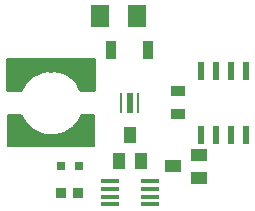
<source format=gtp>
G75*
%MOIN*%
%OFA0B0*%
%FSLAX25Y25*%
%IPPOS*%
%LPD*%
%AMOC8*
5,1,8,0,0,1.08239X$1,22.5*
%
%ADD10R,0.05118X0.03543*%
%ADD11R,0.02165X0.05906*%
%ADD12R,0.03937X0.05512*%
%ADD13R,0.01969X0.06693*%
%ADD14R,0.00984X0.06693*%
%ADD15R,0.05000X0.05000*%
%ADD16C,0.01200*%
%ADD17C,0.00160*%
%ADD18C,0.00500*%
%ADD19R,0.06299X0.07480*%
%ADD20R,0.03543X0.06299*%
%ADD21R,0.06299X0.01181*%
%ADD22R,0.03740X0.03740*%
%ADD23R,0.03150X0.03150*%
%ADD24R,0.05512X0.03937*%
D10*
X0062850Y0044110D03*
X0062850Y0051590D03*
D11*
X0070350Y0058480D03*
X0075350Y0058480D03*
X0080350Y0058480D03*
X0085350Y0058480D03*
X0085350Y0037220D03*
X0080350Y0037220D03*
X0075350Y0037220D03*
X0070350Y0037220D03*
D12*
X0050340Y0028519D03*
X0042860Y0028519D03*
X0046600Y0037181D03*
D13*
X0046600Y0047850D03*
D14*
X0043746Y0047850D03*
X0049454Y0047850D03*
D15*
X0008539Y0036039D03*
X0008539Y0059661D03*
D16*
X0005980Y0059180D02*
X0034720Y0059180D01*
X0034720Y0057982D02*
X0025255Y0057982D01*
X0025471Y0057903D02*
X0024241Y0058349D01*
X0022956Y0058597D01*
X0021649Y0058641D01*
X0020350Y0058480D01*
X0019044Y0058688D01*
X0017721Y0058680D01*
X0016418Y0058454D01*
X0015169Y0058018D01*
X0014009Y0057383D01*
X0012969Y0056566D01*
X0012077Y0055589D01*
X0011357Y0054479D01*
X0010829Y0053267D01*
X0010507Y0051984D01*
X0005980Y0051984D01*
X0005980Y0062220D01*
X0034720Y0062220D01*
X0034720Y0051984D01*
X0030193Y0051984D01*
X0029830Y0053241D01*
X0029276Y0054426D01*
X0028542Y0055510D01*
X0027649Y0056466D01*
X0026617Y0057270D01*
X0025471Y0057903D01*
X0027242Y0056783D02*
X0034720Y0056783D01*
X0034720Y0055584D02*
X0028473Y0055584D01*
X0029295Y0054386D02*
X0034720Y0054386D01*
X0034720Y0053187D02*
X0029846Y0053187D01*
X0030191Y0051989D02*
X0034720Y0051989D01*
X0034720Y0060379D02*
X0005980Y0060379D01*
X0005980Y0061577D02*
X0034720Y0061577D01*
X0015103Y0057982D02*
X0005980Y0057982D01*
X0005980Y0056783D02*
X0013246Y0056783D01*
X0012074Y0055584D02*
X0005980Y0055584D01*
X0005980Y0054386D02*
X0011317Y0054386D01*
X0010809Y0053187D02*
X0005980Y0053187D01*
X0005980Y0051989D02*
X0010509Y0051989D01*
D17*
X0009246Y0043207D02*
X0010573Y0043765D01*
X0010678Y0043527D01*
X0010790Y0043292D01*
X0010906Y0043060D01*
X0011029Y0042831D01*
X0011157Y0042605D01*
X0011291Y0042382D01*
X0011430Y0042162D01*
X0011574Y0041946D01*
X0011724Y0041733D01*
X0011878Y0041524D01*
X0012038Y0041319D01*
X0012203Y0041118D01*
X0012372Y0040921D01*
X0012546Y0040728D01*
X0012725Y0040540D01*
X0012909Y0040356D01*
X0013097Y0040176D01*
X0013289Y0040001D01*
X0013486Y0039831D01*
X0013686Y0039666D01*
X0013891Y0039505D01*
X0014099Y0039350D01*
X0014311Y0039200D01*
X0014527Y0039054D01*
X0014746Y0038915D01*
X0014968Y0038780D01*
X0015194Y0038652D01*
X0015423Y0038528D01*
X0015655Y0038410D01*
X0015889Y0038298D01*
X0016126Y0038192D01*
X0016366Y0038092D01*
X0016608Y0037997D01*
X0016853Y0037908D01*
X0017099Y0037826D01*
X0017347Y0037749D01*
X0017598Y0037679D01*
X0017849Y0037614D01*
X0018103Y0037556D01*
X0018357Y0037504D01*
X0018613Y0037458D01*
X0018870Y0037418D01*
X0019128Y0037385D01*
X0019387Y0037358D01*
X0019646Y0037337D01*
X0019905Y0037323D01*
X0020165Y0037315D01*
X0020425Y0037313D01*
X0020685Y0037318D01*
X0020944Y0037329D01*
X0021204Y0037346D01*
X0021463Y0037370D01*
X0021721Y0037400D01*
X0021978Y0037436D01*
X0022235Y0037478D01*
X0022490Y0037527D01*
X0022744Y0037582D01*
X0022997Y0037643D01*
X0023248Y0037710D01*
X0023497Y0037784D01*
X0023745Y0037863D01*
X0023990Y0037949D01*
X0024233Y0038040D01*
X0024475Y0038137D01*
X0024713Y0038240D01*
X0024949Y0038349D01*
X0025182Y0038464D01*
X0025413Y0038584D01*
X0025640Y0038710D01*
X0025864Y0038842D01*
X0026085Y0038978D01*
X0026303Y0039121D01*
X0026517Y0039268D01*
X0026727Y0039421D01*
X0026934Y0039578D01*
X0027137Y0039741D01*
X0027335Y0039909D01*
X0027530Y0040081D01*
X0027720Y0040258D01*
X0027906Y0040440D01*
X0028088Y0040626D01*
X0028264Y0040817D01*
X0028437Y0041011D01*
X0028604Y0041210D01*
X0028766Y0041413D01*
X0028924Y0041620D01*
X0029076Y0041831D01*
X0029223Y0042045D01*
X0029365Y0042263D01*
X0029501Y0042484D01*
X0029633Y0042708D01*
X0029758Y0042936D01*
X0029878Y0043167D01*
X0029992Y0043400D01*
X0030101Y0043636D01*
X0030204Y0043875D01*
X0031537Y0043332D01*
X0031421Y0043060D01*
X0031298Y0042792D01*
X0031168Y0042527D01*
X0031032Y0042265D01*
X0030890Y0042006D01*
X0030741Y0041751D01*
X0030586Y0041499D01*
X0030425Y0041252D01*
X0030258Y0041008D01*
X0030085Y0040769D01*
X0029907Y0040534D01*
X0029722Y0040303D01*
X0029532Y0040077D01*
X0029337Y0039856D01*
X0029136Y0039639D01*
X0028930Y0039428D01*
X0028719Y0039221D01*
X0028503Y0039020D01*
X0028282Y0038824D01*
X0028057Y0038633D01*
X0027827Y0038448D01*
X0027592Y0038269D01*
X0027353Y0038096D01*
X0027110Y0037928D01*
X0026863Y0037766D01*
X0026612Y0037611D01*
X0026357Y0037461D01*
X0026099Y0037318D01*
X0025837Y0037181D01*
X0025572Y0037051D01*
X0025304Y0036927D01*
X0025033Y0036810D01*
X0024759Y0036699D01*
X0024483Y0036595D01*
X0024204Y0036498D01*
X0023923Y0036408D01*
X0023640Y0036325D01*
X0023355Y0036248D01*
X0023068Y0036179D01*
X0022779Y0036116D01*
X0022489Y0036061D01*
X0022198Y0036013D01*
X0021905Y0035971D01*
X0021612Y0035937D01*
X0021318Y0035911D01*
X0021023Y0035891D01*
X0020728Y0035878D01*
X0020433Y0035873D01*
X0020138Y0035875D01*
X0019843Y0035884D01*
X0019548Y0035901D01*
X0019253Y0035924D01*
X0018960Y0035955D01*
X0018667Y0035993D01*
X0018375Y0036038D01*
X0018084Y0036090D01*
X0017795Y0036149D01*
X0017507Y0036215D01*
X0017221Y0036289D01*
X0016937Y0036369D01*
X0016655Y0036456D01*
X0016375Y0036550D01*
X0016098Y0036651D01*
X0015823Y0036758D01*
X0015550Y0036872D01*
X0015281Y0036993D01*
X0015014Y0037121D01*
X0014751Y0037254D01*
X0014491Y0037395D01*
X0014235Y0037541D01*
X0013982Y0037694D01*
X0013733Y0037853D01*
X0013488Y0038018D01*
X0013248Y0038188D01*
X0013011Y0038365D01*
X0012779Y0038547D01*
X0012551Y0038735D01*
X0012328Y0038929D01*
X0012110Y0039128D01*
X0011896Y0039332D01*
X0011688Y0039541D01*
X0011485Y0039755D01*
X0011287Y0039975D01*
X0011095Y0040199D01*
X0010908Y0040427D01*
X0010726Y0040660D01*
X0010551Y0040898D01*
X0010381Y0041139D01*
X0010217Y0041385D01*
X0010060Y0041635D01*
X0009908Y0041888D01*
X0009763Y0042145D01*
X0009624Y0042406D01*
X0009491Y0042669D01*
X0009365Y0042936D01*
X0009245Y0043206D01*
X0009385Y0043265D01*
X0009503Y0042998D01*
X0009627Y0042735D01*
X0009758Y0042474D01*
X0009896Y0042217D01*
X0010039Y0041963D01*
X0010189Y0041713D01*
X0010344Y0041466D01*
X0010506Y0041224D01*
X0010674Y0040985D01*
X0010847Y0040751D01*
X0011026Y0040521D01*
X0011211Y0040295D01*
X0011401Y0040074D01*
X0011596Y0039857D01*
X0011797Y0039646D01*
X0012002Y0039439D01*
X0012213Y0039238D01*
X0012429Y0039041D01*
X0012649Y0038850D01*
X0012874Y0038665D01*
X0013103Y0038485D01*
X0013337Y0038310D01*
X0013575Y0038142D01*
X0013817Y0037979D01*
X0014062Y0037822D01*
X0014312Y0037671D01*
X0014565Y0037526D01*
X0014822Y0037388D01*
X0015082Y0037256D01*
X0015345Y0037130D01*
X0015611Y0037011D01*
X0015880Y0036898D01*
X0016151Y0036792D01*
X0016425Y0036692D01*
X0016702Y0036600D01*
X0016980Y0036514D01*
X0017261Y0036434D01*
X0017543Y0036362D01*
X0017827Y0036297D01*
X0018113Y0036238D01*
X0018400Y0036187D01*
X0018688Y0036142D01*
X0018977Y0036105D01*
X0019267Y0036075D01*
X0019558Y0036051D01*
X0019849Y0036035D01*
X0020141Y0036026D01*
X0020432Y0036024D01*
X0020724Y0036029D01*
X0021015Y0036042D01*
X0021306Y0036061D01*
X0021596Y0036088D01*
X0021886Y0036121D01*
X0022175Y0036162D01*
X0022462Y0036210D01*
X0022749Y0036264D01*
X0023034Y0036326D01*
X0023317Y0036394D01*
X0023599Y0036470D01*
X0023878Y0036552D01*
X0024156Y0036641D01*
X0024431Y0036737D01*
X0024704Y0036840D01*
X0024975Y0036949D01*
X0025242Y0037065D01*
X0025507Y0037187D01*
X0025768Y0037316D01*
X0026027Y0037451D01*
X0026282Y0037592D01*
X0026533Y0037740D01*
X0026781Y0037893D01*
X0027025Y0038053D01*
X0027265Y0038218D01*
X0027501Y0038390D01*
X0027733Y0038567D01*
X0027960Y0038749D01*
X0028183Y0038938D01*
X0028401Y0039131D01*
X0028614Y0039330D01*
X0028823Y0039534D01*
X0029026Y0039743D01*
X0029224Y0039956D01*
X0029417Y0040175D01*
X0029605Y0040398D01*
X0029787Y0040626D01*
X0029963Y0040858D01*
X0030134Y0041095D01*
X0030299Y0041335D01*
X0030458Y0041579D01*
X0030611Y0041828D01*
X0030758Y0042080D01*
X0030898Y0042335D01*
X0031033Y0042594D01*
X0031161Y0042856D01*
X0031282Y0043121D01*
X0031398Y0043389D01*
X0031258Y0043446D01*
X0031144Y0043181D01*
X0031024Y0042919D01*
X0030898Y0042661D01*
X0030765Y0042405D01*
X0030626Y0042153D01*
X0030481Y0041905D01*
X0030330Y0041660D01*
X0030173Y0041418D01*
X0030010Y0041181D01*
X0029842Y0040947D01*
X0029667Y0040718D01*
X0029488Y0040493D01*
X0029302Y0040273D01*
X0029112Y0040057D01*
X0028916Y0039846D01*
X0028715Y0039640D01*
X0028510Y0039439D01*
X0028299Y0039242D01*
X0028084Y0039051D01*
X0027864Y0038866D01*
X0027639Y0038685D01*
X0027411Y0038511D01*
X0027178Y0038341D01*
X0026941Y0038178D01*
X0026700Y0038020D01*
X0026455Y0037869D01*
X0026207Y0037723D01*
X0025955Y0037584D01*
X0025700Y0037450D01*
X0025442Y0037323D01*
X0025180Y0037203D01*
X0024916Y0037088D01*
X0024649Y0036981D01*
X0024380Y0036879D01*
X0024108Y0036785D01*
X0023834Y0036697D01*
X0023558Y0036615D01*
X0023279Y0036541D01*
X0023000Y0036473D01*
X0022718Y0036412D01*
X0022436Y0036358D01*
X0022152Y0036311D01*
X0021867Y0036271D01*
X0021581Y0036238D01*
X0021294Y0036212D01*
X0021007Y0036192D01*
X0020719Y0036180D01*
X0020431Y0036175D01*
X0020143Y0036177D01*
X0019856Y0036186D01*
X0019568Y0036202D01*
X0019281Y0036225D01*
X0018995Y0036255D01*
X0018710Y0036292D01*
X0018425Y0036336D01*
X0018142Y0036386D01*
X0017860Y0036444D01*
X0017579Y0036509D01*
X0017300Y0036580D01*
X0017023Y0036658D01*
X0016748Y0036743D01*
X0016475Y0036835D01*
X0016205Y0036933D01*
X0015937Y0037038D01*
X0015671Y0037149D01*
X0015408Y0037267D01*
X0015149Y0037391D01*
X0014892Y0037522D01*
X0014639Y0037658D01*
X0014389Y0037801D01*
X0014142Y0037950D01*
X0013900Y0038105D01*
X0013661Y0038265D01*
X0013426Y0038432D01*
X0013195Y0038604D01*
X0012969Y0038782D01*
X0012747Y0038965D01*
X0012529Y0039154D01*
X0012317Y0039348D01*
X0012109Y0039547D01*
X0011906Y0039751D01*
X0011707Y0039959D01*
X0011515Y0040173D01*
X0011327Y0040391D01*
X0011145Y0040614D01*
X0010968Y0040841D01*
X0010797Y0041073D01*
X0010631Y0041308D01*
X0010472Y0041548D01*
X0010318Y0041791D01*
X0010170Y0042038D01*
X0010028Y0042289D01*
X0009893Y0042543D01*
X0009763Y0042800D01*
X0009640Y0043060D01*
X0009524Y0043323D01*
X0009663Y0043382D01*
X0009778Y0043122D01*
X0009900Y0042865D01*
X0010027Y0042611D01*
X0010161Y0042361D01*
X0010301Y0042113D01*
X0010447Y0041870D01*
X0010599Y0041629D01*
X0010756Y0041393D01*
X0010920Y0041160D01*
X0011089Y0040932D01*
X0011263Y0040708D01*
X0011443Y0040488D01*
X0011628Y0040272D01*
X0011819Y0040061D01*
X0012014Y0039855D01*
X0012215Y0039654D01*
X0012420Y0039458D01*
X0012630Y0039266D01*
X0012845Y0039080D01*
X0013064Y0038899D01*
X0013288Y0038724D01*
X0013515Y0038554D01*
X0013747Y0038389D01*
X0013983Y0038231D01*
X0014223Y0038078D01*
X0014466Y0037931D01*
X0014712Y0037790D01*
X0014963Y0037655D01*
X0015216Y0037526D01*
X0015472Y0037404D01*
X0015732Y0037288D01*
X0015994Y0037178D01*
X0016258Y0037074D01*
X0016525Y0036977D01*
X0016795Y0036887D01*
X0017066Y0036803D01*
X0017340Y0036726D01*
X0017615Y0036655D01*
X0017892Y0036592D01*
X0018170Y0036535D01*
X0018450Y0036485D01*
X0018731Y0036441D01*
X0019013Y0036405D01*
X0019295Y0036375D01*
X0019579Y0036353D01*
X0019862Y0036337D01*
X0020146Y0036328D01*
X0020430Y0036326D01*
X0020715Y0036331D01*
X0020998Y0036343D01*
X0021282Y0036362D01*
X0021565Y0036388D01*
X0021847Y0036421D01*
X0022129Y0036460D01*
X0022409Y0036507D01*
X0022688Y0036560D01*
X0022966Y0036620D01*
X0023242Y0036687D01*
X0023516Y0036761D01*
X0023789Y0036841D01*
X0024060Y0036928D01*
X0024328Y0037021D01*
X0024594Y0037121D01*
X0024857Y0037228D01*
X0025118Y0037340D01*
X0025376Y0037459D01*
X0025631Y0037585D01*
X0025883Y0037716D01*
X0026132Y0037854D01*
X0026377Y0037998D01*
X0026618Y0038148D01*
X0026856Y0038303D01*
X0027090Y0038464D01*
X0027320Y0038631D01*
X0027546Y0038804D01*
X0027767Y0038982D01*
X0027984Y0039165D01*
X0028197Y0039354D01*
X0028405Y0039547D01*
X0028608Y0039746D01*
X0028806Y0039950D01*
X0029000Y0040158D01*
X0029188Y0040371D01*
X0029370Y0040589D01*
X0029548Y0040810D01*
X0029720Y0041037D01*
X0029886Y0041267D01*
X0030047Y0041501D01*
X0030202Y0041740D01*
X0030351Y0041981D01*
X0030494Y0042227D01*
X0030631Y0042476D01*
X0030762Y0042728D01*
X0030887Y0042983D01*
X0031006Y0043241D01*
X0031118Y0043503D01*
X0030978Y0043560D01*
X0030867Y0043302D01*
X0030750Y0043047D01*
X0030627Y0042795D01*
X0030498Y0042546D01*
X0030362Y0042301D01*
X0030221Y0042058D01*
X0030074Y0041820D01*
X0029921Y0041585D01*
X0029762Y0041353D01*
X0029598Y0041126D01*
X0029428Y0040903D01*
X0029253Y0040684D01*
X0029073Y0040469D01*
X0028887Y0040259D01*
X0028696Y0040053D01*
X0028501Y0039852D01*
X0028300Y0039656D01*
X0028095Y0039465D01*
X0027885Y0039279D01*
X0027671Y0039098D01*
X0027452Y0038922D01*
X0027229Y0038752D01*
X0027002Y0038587D01*
X0026771Y0038428D01*
X0026537Y0038275D01*
X0026298Y0038127D01*
X0026056Y0037985D01*
X0025811Y0037849D01*
X0025562Y0037719D01*
X0025311Y0037596D01*
X0025056Y0037478D01*
X0024799Y0037367D01*
X0024539Y0037262D01*
X0024276Y0037163D01*
X0024011Y0037071D01*
X0023744Y0036985D01*
X0023475Y0036906D01*
X0023204Y0036833D01*
X0022932Y0036767D01*
X0022658Y0036708D01*
X0022382Y0036655D01*
X0022106Y0036610D01*
X0021828Y0036570D01*
X0021549Y0036538D01*
X0021270Y0036513D01*
X0020990Y0036494D01*
X0020710Y0036482D01*
X0020430Y0036477D01*
X0020149Y0036479D01*
X0019869Y0036488D01*
X0019589Y0036503D01*
X0019309Y0036526D01*
X0019030Y0036555D01*
X0018752Y0036591D01*
X0018475Y0036633D01*
X0018199Y0036683D01*
X0017924Y0036739D01*
X0017651Y0036802D01*
X0017379Y0036872D01*
X0017109Y0036948D01*
X0016841Y0037031D01*
X0016575Y0037120D01*
X0016312Y0037215D01*
X0016051Y0037318D01*
X0015792Y0037426D01*
X0015536Y0037541D01*
X0015283Y0037662D01*
X0015033Y0037789D01*
X0014786Y0037922D01*
X0014543Y0038061D01*
X0014303Y0038206D01*
X0014066Y0038357D01*
X0013833Y0038513D01*
X0013605Y0038676D01*
X0013380Y0038843D01*
X0013159Y0039016D01*
X0012943Y0039195D01*
X0012731Y0039379D01*
X0012524Y0039567D01*
X0012321Y0039761D01*
X0012123Y0039960D01*
X0011930Y0040163D01*
X0011742Y0040372D01*
X0011559Y0040584D01*
X0011382Y0040801D01*
X0011209Y0041023D01*
X0011043Y0041248D01*
X0010881Y0041478D01*
X0010726Y0041711D01*
X0010576Y0041948D01*
X0010432Y0042189D01*
X0010294Y0042433D01*
X0010162Y0042680D01*
X0010036Y0042931D01*
X0009916Y0043184D01*
X0009802Y0043441D01*
X0009941Y0043499D01*
X0010054Y0043246D01*
X0010172Y0042996D01*
X0010296Y0042749D01*
X0010427Y0042505D01*
X0010563Y0042264D01*
X0010705Y0042026D01*
X0010853Y0041792D01*
X0011007Y0041562D01*
X0011166Y0041336D01*
X0011330Y0041113D01*
X0011500Y0040895D01*
X0011676Y0040681D01*
X0011856Y0040471D01*
X0012041Y0040265D01*
X0012232Y0040065D01*
X0012427Y0039869D01*
X0012627Y0039677D01*
X0012832Y0039491D01*
X0013041Y0039310D01*
X0013254Y0039134D01*
X0013472Y0038963D01*
X0013694Y0038797D01*
X0013920Y0038637D01*
X0014149Y0038483D01*
X0014383Y0038334D01*
X0014620Y0038191D01*
X0014860Y0038054D01*
X0015103Y0037922D01*
X0015350Y0037797D01*
X0015600Y0037678D01*
X0015852Y0037564D01*
X0016108Y0037457D01*
X0016365Y0037357D01*
X0016625Y0037262D01*
X0016888Y0037174D01*
X0017152Y0037093D01*
X0017419Y0037017D01*
X0017687Y0036949D01*
X0017956Y0036887D01*
X0018228Y0036831D01*
X0018500Y0036782D01*
X0018773Y0036740D01*
X0019048Y0036705D01*
X0019323Y0036676D01*
X0019599Y0036654D01*
X0019875Y0036639D01*
X0020152Y0036630D01*
X0020429Y0036628D01*
X0020705Y0036633D01*
X0020982Y0036645D01*
X0021258Y0036663D01*
X0021534Y0036688D01*
X0021809Y0036720D01*
X0022083Y0036759D01*
X0022356Y0036804D01*
X0022627Y0036856D01*
X0022898Y0036914D01*
X0023167Y0036980D01*
X0023434Y0037051D01*
X0023700Y0037129D01*
X0023963Y0037214D01*
X0024225Y0037305D01*
X0024484Y0037402D01*
X0024740Y0037506D01*
X0024994Y0037616D01*
X0025245Y0037732D01*
X0025494Y0037854D01*
X0025739Y0037982D01*
X0025981Y0038116D01*
X0026220Y0038256D01*
X0026455Y0038402D01*
X0026687Y0038553D01*
X0026915Y0038710D01*
X0027139Y0038873D01*
X0027359Y0039041D01*
X0027574Y0039214D01*
X0027786Y0039393D01*
X0027993Y0039576D01*
X0028195Y0039765D01*
X0028393Y0039958D01*
X0028586Y0040157D01*
X0028775Y0040359D01*
X0028958Y0040567D01*
X0029136Y0040779D01*
X0029309Y0040995D01*
X0029476Y0041215D01*
X0029638Y0041440D01*
X0029795Y0041668D01*
X0029946Y0041900D01*
X0030091Y0042135D01*
X0030231Y0042374D01*
X0030364Y0042617D01*
X0030492Y0042862D01*
X0030613Y0043111D01*
X0030729Y0043362D01*
X0030838Y0043616D01*
X0030698Y0043673D01*
X0030590Y0043423D01*
X0030476Y0043175D01*
X0030356Y0042929D01*
X0030231Y0042687D01*
X0030099Y0042448D01*
X0029961Y0042212D01*
X0029818Y0041980D01*
X0029669Y0041751D01*
X0029514Y0041526D01*
X0029354Y0041304D01*
X0029189Y0041087D01*
X0029019Y0040874D01*
X0028843Y0040665D01*
X0028662Y0040460D01*
X0028476Y0040260D01*
X0028286Y0040064D01*
X0028091Y0039874D01*
X0027891Y0039688D01*
X0027687Y0039506D01*
X0027478Y0039330D01*
X0027265Y0039159D01*
X0027048Y0038994D01*
X0026827Y0038833D01*
X0026602Y0038678D01*
X0026374Y0038529D01*
X0026142Y0038385D01*
X0025906Y0038247D01*
X0025667Y0038115D01*
X0025425Y0037988D01*
X0025180Y0037868D01*
X0024932Y0037753D01*
X0024682Y0037645D01*
X0024428Y0037543D01*
X0024173Y0037447D01*
X0023915Y0037357D01*
X0023655Y0037274D01*
X0023393Y0037196D01*
X0023129Y0037126D01*
X0022864Y0037062D01*
X0022597Y0037004D01*
X0022329Y0036953D01*
X0022060Y0036908D01*
X0021789Y0036870D01*
X0021518Y0036839D01*
X0021246Y0036814D01*
X0020974Y0036796D01*
X0020701Y0036784D01*
X0020428Y0036779D01*
X0020155Y0036781D01*
X0019882Y0036789D01*
X0019609Y0036805D01*
X0019337Y0036826D01*
X0019066Y0036855D01*
X0018795Y0036890D01*
X0018525Y0036931D01*
X0018256Y0036979D01*
X0017989Y0037034D01*
X0017723Y0037095D01*
X0017458Y0037163D01*
X0017195Y0037237D01*
X0016934Y0037318D01*
X0016676Y0037405D01*
X0016419Y0037498D01*
X0016165Y0037597D01*
X0015913Y0037703D01*
X0015664Y0037814D01*
X0015417Y0037932D01*
X0015174Y0038056D01*
X0014934Y0038185D01*
X0014696Y0038321D01*
X0014463Y0038462D01*
X0014233Y0038609D01*
X0014006Y0038761D01*
X0013783Y0038919D01*
X0013564Y0039082D01*
X0013350Y0039251D01*
X0013139Y0039425D01*
X0012933Y0039603D01*
X0012731Y0039787D01*
X0012533Y0039976D01*
X0012341Y0040169D01*
X0012153Y0040368D01*
X0011970Y0040570D01*
X0011792Y0040777D01*
X0011619Y0040988D01*
X0011451Y0041204D01*
X0011289Y0041423D01*
X0011132Y0041647D01*
X0010980Y0041874D01*
X0010834Y0042105D01*
X0010694Y0042339D01*
X0010559Y0042577D01*
X0010431Y0042817D01*
X0010308Y0043061D01*
X0010191Y0043308D01*
X0010081Y0043558D01*
X0010220Y0043616D01*
X0010329Y0043370D01*
X0010444Y0043127D01*
X0010565Y0042886D01*
X0010692Y0042648D01*
X0010825Y0042414D01*
X0010963Y0042183D01*
X0011107Y0041955D01*
X0011257Y0041731D01*
X0011412Y0041511D01*
X0011572Y0041294D01*
X0011737Y0041082D01*
X0011908Y0040874D01*
X0012084Y0040669D01*
X0012264Y0040470D01*
X0012449Y0040274D01*
X0012640Y0040083D01*
X0012834Y0039897D01*
X0013033Y0039716D01*
X0013237Y0039540D01*
X0013445Y0039368D01*
X0013657Y0039202D01*
X0013873Y0039041D01*
X0014092Y0038885D01*
X0014316Y0038735D01*
X0014543Y0038590D01*
X0014773Y0038451D01*
X0015007Y0038317D01*
X0015244Y0038189D01*
X0015484Y0038067D01*
X0015727Y0037951D01*
X0015973Y0037841D01*
X0016222Y0037737D01*
X0016472Y0037639D01*
X0016726Y0037547D01*
X0016981Y0037461D01*
X0017238Y0037382D01*
X0017498Y0037309D01*
X0017758Y0037242D01*
X0018021Y0037182D01*
X0018285Y0037128D01*
X0018550Y0037080D01*
X0018816Y0037039D01*
X0019083Y0037005D01*
X0019351Y0036977D01*
X0019620Y0036955D01*
X0019888Y0036940D01*
X0020158Y0036932D01*
X0020427Y0036930D01*
X0020696Y0036935D01*
X0020965Y0036946D01*
X0021234Y0036964D01*
X0021502Y0036989D01*
X0021770Y0037020D01*
X0022037Y0037057D01*
X0022302Y0037101D01*
X0022567Y0037152D01*
X0022830Y0037209D01*
X0023092Y0037272D01*
X0023352Y0037342D01*
X0023610Y0037418D01*
X0023867Y0037500D01*
X0024121Y0037589D01*
X0024373Y0037683D01*
X0024623Y0037784D01*
X0024870Y0037891D01*
X0025115Y0038004D01*
X0025357Y0038123D01*
X0025595Y0038248D01*
X0025831Y0038378D01*
X0026063Y0038514D01*
X0026292Y0038656D01*
X0026518Y0038803D01*
X0026739Y0038956D01*
X0026957Y0039114D01*
X0027171Y0039278D01*
X0027381Y0039446D01*
X0027587Y0039620D01*
X0027789Y0039799D01*
X0027986Y0039982D01*
X0028179Y0040171D01*
X0028366Y0040364D01*
X0028550Y0040561D01*
X0028728Y0040763D01*
X0028901Y0040969D01*
X0029070Y0041179D01*
X0029233Y0041394D01*
X0029390Y0041612D01*
X0029543Y0041834D01*
X0029690Y0042060D01*
X0029831Y0042289D01*
X0029967Y0042522D01*
X0030097Y0042757D01*
X0030221Y0042996D01*
X0030340Y0043238D01*
X0030452Y0043483D01*
X0030559Y0043730D01*
X0030419Y0043787D01*
X0030314Y0043543D01*
X0030203Y0043302D01*
X0030086Y0043064D01*
X0029963Y0042828D01*
X0029835Y0042595D01*
X0029701Y0042366D01*
X0029562Y0042140D01*
X0029417Y0041917D01*
X0029266Y0041698D01*
X0029111Y0041483D01*
X0028950Y0041272D01*
X0028784Y0041064D01*
X0028613Y0040861D01*
X0028437Y0040662D01*
X0028257Y0040467D01*
X0028071Y0040277D01*
X0027881Y0040091D01*
X0027687Y0039910D01*
X0027488Y0039734D01*
X0027285Y0039563D01*
X0027078Y0039396D01*
X0026867Y0039235D01*
X0026652Y0039079D01*
X0026433Y0038928D01*
X0026211Y0038783D01*
X0025985Y0038643D01*
X0025756Y0038509D01*
X0025523Y0038380D01*
X0025288Y0038257D01*
X0025049Y0038140D01*
X0024808Y0038029D01*
X0024565Y0037923D01*
X0024318Y0037824D01*
X0024070Y0037731D01*
X0023819Y0037643D01*
X0023566Y0037562D01*
X0023311Y0037487D01*
X0023054Y0037418D01*
X0022796Y0037356D01*
X0022537Y0037300D01*
X0022276Y0037250D01*
X0022014Y0037207D01*
X0021751Y0037170D01*
X0021487Y0037139D01*
X0021222Y0037115D01*
X0020957Y0037097D01*
X0020692Y0037086D01*
X0020426Y0037081D01*
X0020161Y0037083D01*
X0019895Y0037091D01*
X0019630Y0037106D01*
X0019365Y0037127D01*
X0019101Y0037155D01*
X0018837Y0037189D01*
X0018575Y0037229D01*
X0018313Y0037276D01*
X0018053Y0037329D01*
X0017794Y0037389D01*
X0017537Y0037455D01*
X0017281Y0037527D01*
X0017028Y0037605D01*
X0016776Y0037690D01*
X0016526Y0037780D01*
X0016279Y0037877D01*
X0016034Y0037980D01*
X0015791Y0038088D01*
X0015552Y0038203D01*
X0015315Y0038323D01*
X0015081Y0038449D01*
X0014850Y0038581D01*
X0014623Y0038718D01*
X0014399Y0038861D01*
X0014179Y0039009D01*
X0013962Y0039163D01*
X0013749Y0039321D01*
X0013540Y0039485D01*
X0013335Y0039654D01*
X0013134Y0039828D01*
X0012938Y0040007D01*
X0012746Y0040191D01*
X0012558Y0040379D01*
X0012375Y0040572D01*
X0012197Y0040769D01*
X0012024Y0040970D01*
X0011856Y0041176D01*
X0011693Y0041385D01*
X0011535Y0041599D01*
X0011382Y0041816D01*
X0011234Y0042037D01*
X0011092Y0042261D01*
X0010956Y0042489D01*
X0010825Y0042720D01*
X0010700Y0042955D01*
X0010580Y0043192D01*
X0010467Y0043432D01*
X0010359Y0043675D01*
X0010498Y0043733D01*
X0010604Y0043494D01*
X0010716Y0043257D01*
X0010834Y0043023D01*
X0010958Y0042792D01*
X0011087Y0042564D01*
X0011221Y0042340D01*
X0011362Y0042118D01*
X0011507Y0041900D01*
X0011658Y0041686D01*
X0011813Y0041476D01*
X0011974Y0041269D01*
X0012140Y0041066D01*
X0012311Y0040868D01*
X0012487Y0040674D01*
X0012667Y0040484D01*
X0012852Y0040298D01*
X0013041Y0040117D01*
X0013235Y0039941D01*
X0013433Y0039769D01*
X0013635Y0039603D01*
X0013841Y0039441D01*
X0014051Y0039284D01*
X0014265Y0039133D01*
X0014482Y0038987D01*
X0014703Y0038846D01*
X0014927Y0038711D01*
X0015155Y0038581D01*
X0015385Y0038457D01*
X0015619Y0038338D01*
X0015855Y0038225D01*
X0016094Y0038118D01*
X0016336Y0038017D01*
X0016580Y0037921D01*
X0016826Y0037832D01*
X0017074Y0037749D01*
X0017324Y0037671D01*
X0017576Y0037600D01*
X0017830Y0037535D01*
X0018085Y0037477D01*
X0018342Y0037424D01*
X0018600Y0037378D01*
X0018859Y0037338D01*
X0019119Y0037305D01*
X0019379Y0037277D01*
X0019640Y0037256D01*
X0019902Y0037242D01*
X0020163Y0037234D01*
X0020425Y0037232D01*
X0020687Y0037237D01*
X0020949Y0037248D01*
X0021210Y0037265D01*
X0021471Y0037289D01*
X0021731Y0037319D01*
X0021991Y0037356D01*
X0022249Y0037399D01*
X0022506Y0037448D01*
X0022762Y0037503D01*
X0023017Y0037565D01*
X0023270Y0037632D01*
X0023521Y0037706D01*
X0023771Y0037786D01*
X0024018Y0037872D01*
X0024263Y0037965D01*
X0024506Y0038063D01*
X0024746Y0038167D01*
X0024984Y0038276D01*
X0025219Y0038392D01*
X0025451Y0038513D01*
X0025681Y0038640D01*
X0025906Y0038772D01*
X0026129Y0038910D01*
X0026348Y0039054D01*
X0026564Y0039202D01*
X0026776Y0039356D01*
X0026984Y0039515D01*
X0027189Y0039679D01*
X0027389Y0039848D01*
X0027585Y0040021D01*
X0027776Y0040200D01*
X0027964Y0040383D01*
X0028147Y0040571D01*
X0028325Y0040763D01*
X0028498Y0040959D01*
X0028667Y0041159D01*
X0028830Y0041364D01*
X0028989Y0041572D01*
X0029142Y0041784D01*
X0029291Y0042000D01*
X0029434Y0042220D01*
X0029571Y0042443D01*
X0029703Y0042669D01*
X0029830Y0042898D01*
X0029951Y0043131D01*
X0030066Y0043366D01*
X0030175Y0043604D01*
X0030279Y0043844D01*
X0031454Y0052493D02*
X0030127Y0051935D01*
X0030022Y0052173D01*
X0029910Y0052408D01*
X0029794Y0052640D01*
X0029671Y0052869D01*
X0029543Y0053095D01*
X0029409Y0053318D01*
X0029270Y0053538D01*
X0029126Y0053754D01*
X0028976Y0053967D01*
X0028822Y0054176D01*
X0028662Y0054381D01*
X0028497Y0054582D01*
X0028328Y0054779D01*
X0028154Y0054972D01*
X0027975Y0055160D01*
X0027791Y0055344D01*
X0027603Y0055524D01*
X0027411Y0055699D01*
X0027214Y0055869D01*
X0027014Y0056034D01*
X0026809Y0056195D01*
X0026601Y0056350D01*
X0026389Y0056500D01*
X0026173Y0056646D01*
X0025954Y0056785D01*
X0025732Y0056920D01*
X0025506Y0057048D01*
X0025277Y0057172D01*
X0025045Y0057290D01*
X0024811Y0057402D01*
X0024574Y0057508D01*
X0024334Y0057608D01*
X0024092Y0057703D01*
X0023847Y0057792D01*
X0023601Y0057874D01*
X0023353Y0057951D01*
X0023102Y0058021D01*
X0022851Y0058086D01*
X0022597Y0058144D01*
X0022343Y0058196D01*
X0022087Y0058242D01*
X0021830Y0058282D01*
X0021572Y0058315D01*
X0021313Y0058342D01*
X0021054Y0058363D01*
X0020795Y0058377D01*
X0020535Y0058385D01*
X0020275Y0058387D01*
X0020015Y0058382D01*
X0019756Y0058371D01*
X0019496Y0058354D01*
X0019237Y0058330D01*
X0018979Y0058300D01*
X0018722Y0058264D01*
X0018465Y0058222D01*
X0018210Y0058173D01*
X0017956Y0058118D01*
X0017703Y0058057D01*
X0017452Y0057990D01*
X0017203Y0057916D01*
X0016955Y0057837D01*
X0016710Y0057751D01*
X0016467Y0057660D01*
X0016225Y0057563D01*
X0015987Y0057460D01*
X0015751Y0057351D01*
X0015518Y0057236D01*
X0015287Y0057116D01*
X0015060Y0056990D01*
X0014836Y0056858D01*
X0014615Y0056722D01*
X0014397Y0056579D01*
X0014183Y0056432D01*
X0013973Y0056279D01*
X0013766Y0056122D01*
X0013563Y0055959D01*
X0013365Y0055791D01*
X0013170Y0055619D01*
X0012980Y0055442D01*
X0012794Y0055260D01*
X0012612Y0055074D01*
X0012436Y0054883D01*
X0012263Y0054689D01*
X0012096Y0054490D01*
X0011934Y0054287D01*
X0011776Y0054080D01*
X0011624Y0053869D01*
X0011477Y0053655D01*
X0011335Y0053437D01*
X0011199Y0053216D01*
X0011067Y0052992D01*
X0010942Y0052764D01*
X0010822Y0052533D01*
X0010708Y0052300D01*
X0010599Y0052064D01*
X0010496Y0051825D01*
X0009163Y0052368D01*
X0009279Y0052640D01*
X0009402Y0052908D01*
X0009532Y0053173D01*
X0009668Y0053435D01*
X0009810Y0053694D01*
X0009959Y0053949D01*
X0010114Y0054201D01*
X0010275Y0054448D01*
X0010442Y0054692D01*
X0010615Y0054931D01*
X0010793Y0055166D01*
X0010978Y0055397D01*
X0011168Y0055623D01*
X0011363Y0055844D01*
X0011564Y0056061D01*
X0011770Y0056272D01*
X0011981Y0056479D01*
X0012197Y0056680D01*
X0012418Y0056876D01*
X0012643Y0057067D01*
X0012873Y0057252D01*
X0013108Y0057431D01*
X0013347Y0057604D01*
X0013590Y0057772D01*
X0013837Y0057934D01*
X0014088Y0058089D01*
X0014343Y0058239D01*
X0014601Y0058382D01*
X0014863Y0058519D01*
X0015128Y0058649D01*
X0015396Y0058773D01*
X0015667Y0058890D01*
X0015941Y0059001D01*
X0016217Y0059105D01*
X0016496Y0059202D01*
X0016777Y0059292D01*
X0017060Y0059375D01*
X0017345Y0059452D01*
X0017632Y0059521D01*
X0017921Y0059584D01*
X0018211Y0059639D01*
X0018502Y0059687D01*
X0018795Y0059729D01*
X0019088Y0059763D01*
X0019382Y0059789D01*
X0019677Y0059809D01*
X0019972Y0059822D01*
X0020267Y0059827D01*
X0020562Y0059825D01*
X0020857Y0059816D01*
X0021152Y0059799D01*
X0021447Y0059776D01*
X0021740Y0059745D01*
X0022033Y0059707D01*
X0022325Y0059662D01*
X0022616Y0059610D01*
X0022905Y0059551D01*
X0023193Y0059485D01*
X0023479Y0059411D01*
X0023763Y0059331D01*
X0024045Y0059244D01*
X0024325Y0059150D01*
X0024602Y0059049D01*
X0024877Y0058942D01*
X0025150Y0058828D01*
X0025419Y0058707D01*
X0025686Y0058579D01*
X0025949Y0058446D01*
X0026209Y0058305D01*
X0026465Y0058159D01*
X0026718Y0058006D01*
X0026967Y0057847D01*
X0027212Y0057682D01*
X0027452Y0057512D01*
X0027689Y0057335D01*
X0027921Y0057153D01*
X0028149Y0056965D01*
X0028372Y0056771D01*
X0028590Y0056572D01*
X0028804Y0056368D01*
X0029012Y0056159D01*
X0029215Y0055945D01*
X0029413Y0055725D01*
X0029605Y0055501D01*
X0029792Y0055273D01*
X0029974Y0055040D01*
X0030149Y0054802D01*
X0030319Y0054561D01*
X0030483Y0054315D01*
X0030640Y0054065D01*
X0030792Y0053812D01*
X0030937Y0053555D01*
X0031076Y0053294D01*
X0031209Y0053031D01*
X0031335Y0052764D01*
X0031455Y0052494D01*
X0031315Y0052435D01*
X0031197Y0052702D01*
X0031073Y0052965D01*
X0030942Y0053226D01*
X0030804Y0053483D01*
X0030661Y0053737D01*
X0030511Y0053987D01*
X0030356Y0054234D01*
X0030194Y0054476D01*
X0030026Y0054715D01*
X0029853Y0054949D01*
X0029674Y0055179D01*
X0029489Y0055405D01*
X0029299Y0055626D01*
X0029104Y0055843D01*
X0028903Y0056054D01*
X0028698Y0056261D01*
X0028487Y0056462D01*
X0028271Y0056659D01*
X0028051Y0056850D01*
X0027826Y0057035D01*
X0027597Y0057215D01*
X0027363Y0057390D01*
X0027125Y0057558D01*
X0026883Y0057721D01*
X0026638Y0057878D01*
X0026388Y0058029D01*
X0026135Y0058174D01*
X0025878Y0058312D01*
X0025618Y0058444D01*
X0025355Y0058570D01*
X0025089Y0058689D01*
X0024820Y0058802D01*
X0024549Y0058908D01*
X0024275Y0059008D01*
X0023998Y0059100D01*
X0023720Y0059186D01*
X0023439Y0059266D01*
X0023157Y0059338D01*
X0022873Y0059403D01*
X0022587Y0059462D01*
X0022300Y0059513D01*
X0022012Y0059558D01*
X0021723Y0059595D01*
X0021433Y0059625D01*
X0021142Y0059649D01*
X0020851Y0059665D01*
X0020559Y0059674D01*
X0020268Y0059676D01*
X0019976Y0059671D01*
X0019685Y0059658D01*
X0019394Y0059639D01*
X0019104Y0059612D01*
X0018814Y0059579D01*
X0018525Y0059538D01*
X0018238Y0059490D01*
X0017951Y0059436D01*
X0017666Y0059374D01*
X0017383Y0059306D01*
X0017101Y0059230D01*
X0016822Y0059148D01*
X0016544Y0059059D01*
X0016269Y0058963D01*
X0015996Y0058860D01*
X0015725Y0058751D01*
X0015458Y0058635D01*
X0015193Y0058513D01*
X0014932Y0058384D01*
X0014673Y0058249D01*
X0014418Y0058108D01*
X0014167Y0057960D01*
X0013919Y0057807D01*
X0013675Y0057647D01*
X0013435Y0057482D01*
X0013199Y0057310D01*
X0012967Y0057133D01*
X0012740Y0056951D01*
X0012517Y0056762D01*
X0012299Y0056569D01*
X0012086Y0056370D01*
X0011877Y0056166D01*
X0011674Y0055957D01*
X0011476Y0055744D01*
X0011283Y0055525D01*
X0011095Y0055302D01*
X0010913Y0055074D01*
X0010737Y0054842D01*
X0010566Y0054605D01*
X0010401Y0054365D01*
X0010242Y0054121D01*
X0010089Y0053872D01*
X0009942Y0053620D01*
X0009802Y0053365D01*
X0009667Y0053106D01*
X0009539Y0052844D01*
X0009418Y0052579D01*
X0009302Y0052311D01*
X0009442Y0052254D01*
X0009556Y0052519D01*
X0009676Y0052781D01*
X0009802Y0053039D01*
X0009935Y0053295D01*
X0010074Y0053547D01*
X0010219Y0053795D01*
X0010370Y0054040D01*
X0010527Y0054282D01*
X0010690Y0054519D01*
X0010858Y0054753D01*
X0011033Y0054982D01*
X0011212Y0055207D01*
X0011398Y0055427D01*
X0011588Y0055643D01*
X0011784Y0055854D01*
X0011985Y0056060D01*
X0012190Y0056261D01*
X0012401Y0056458D01*
X0012616Y0056649D01*
X0012836Y0056834D01*
X0013061Y0057015D01*
X0013289Y0057189D01*
X0013522Y0057359D01*
X0013759Y0057522D01*
X0014000Y0057680D01*
X0014245Y0057831D01*
X0014493Y0057977D01*
X0014745Y0058116D01*
X0015000Y0058250D01*
X0015258Y0058377D01*
X0015520Y0058497D01*
X0015784Y0058612D01*
X0016051Y0058719D01*
X0016320Y0058821D01*
X0016592Y0058915D01*
X0016866Y0059003D01*
X0017142Y0059085D01*
X0017421Y0059159D01*
X0017700Y0059227D01*
X0017982Y0059288D01*
X0018264Y0059342D01*
X0018548Y0059389D01*
X0018833Y0059429D01*
X0019119Y0059462D01*
X0019406Y0059488D01*
X0019693Y0059508D01*
X0019981Y0059520D01*
X0020269Y0059525D01*
X0020557Y0059523D01*
X0020844Y0059514D01*
X0021132Y0059498D01*
X0021419Y0059475D01*
X0021705Y0059445D01*
X0021990Y0059408D01*
X0022275Y0059364D01*
X0022558Y0059314D01*
X0022840Y0059256D01*
X0023121Y0059191D01*
X0023400Y0059120D01*
X0023677Y0059042D01*
X0023952Y0058957D01*
X0024225Y0058865D01*
X0024495Y0058767D01*
X0024763Y0058662D01*
X0025029Y0058551D01*
X0025292Y0058433D01*
X0025551Y0058309D01*
X0025808Y0058178D01*
X0026061Y0058042D01*
X0026311Y0057899D01*
X0026558Y0057750D01*
X0026800Y0057595D01*
X0027039Y0057435D01*
X0027274Y0057268D01*
X0027505Y0057096D01*
X0027731Y0056918D01*
X0027953Y0056735D01*
X0028171Y0056546D01*
X0028383Y0056352D01*
X0028591Y0056153D01*
X0028794Y0055949D01*
X0028993Y0055741D01*
X0029185Y0055527D01*
X0029373Y0055309D01*
X0029555Y0055086D01*
X0029732Y0054859D01*
X0029903Y0054627D01*
X0030069Y0054392D01*
X0030228Y0054152D01*
X0030382Y0053909D01*
X0030530Y0053662D01*
X0030672Y0053411D01*
X0030807Y0053157D01*
X0030937Y0052900D01*
X0031060Y0052640D01*
X0031176Y0052377D01*
X0031037Y0052318D01*
X0030922Y0052578D01*
X0030800Y0052835D01*
X0030673Y0053089D01*
X0030539Y0053339D01*
X0030399Y0053587D01*
X0030253Y0053830D01*
X0030101Y0054071D01*
X0029944Y0054307D01*
X0029780Y0054540D01*
X0029611Y0054768D01*
X0029437Y0054992D01*
X0029257Y0055212D01*
X0029072Y0055428D01*
X0028881Y0055639D01*
X0028686Y0055845D01*
X0028485Y0056046D01*
X0028280Y0056242D01*
X0028070Y0056434D01*
X0027855Y0056620D01*
X0027636Y0056801D01*
X0027412Y0056976D01*
X0027185Y0057146D01*
X0026953Y0057311D01*
X0026717Y0057469D01*
X0026477Y0057622D01*
X0026234Y0057769D01*
X0025988Y0057910D01*
X0025737Y0058045D01*
X0025484Y0058174D01*
X0025228Y0058296D01*
X0024968Y0058412D01*
X0024706Y0058522D01*
X0024442Y0058626D01*
X0024175Y0058723D01*
X0023905Y0058813D01*
X0023634Y0058897D01*
X0023360Y0058974D01*
X0023085Y0059045D01*
X0022808Y0059108D01*
X0022530Y0059165D01*
X0022250Y0059215D01*
X0021969Y0059259D01*
X0021687Y0059295D01*
X0021405Y0059325D01*
X0021121Y0059347D01*
X0020838Y0059363D01*
X0020554Y0059372D01*
X0020270Y0059374D01*
X0019985Y0059369D01*
X0019702Y0059357D01*
X0019418Y0059338D01*
X0019135Y0059312D01*
X0018853Y0059279D01*
X0018571Y0059240D01*
X0018291Y0059193D01*
X0018012Y0059140D01*
X0017734Y0059080D01*
X0017458Y0059013D01*
X0017184Y0058939D01*
X0016911Y0058859D01*
X0016640Y0058772D01*
X0016372Y0058679D01*
X0016106Y0058579D01*
X0015843Y0058472D01*
X0015582Y0058360D01*
X0015324Y0058241D01*
X0015069Y0058115D01*
X0014817Y0057984D01*
X0014568Y0057846D01*
X0014323Y0057702D01*
X0014082Y0057552D01*
X0013844Y0057397D01*
X0013610Y0057236D01*
X0013380Y0057069D01*
X0013154Y0056896D01*
X0012933Y0056718D01*
X0012716Y0056535D01*
X0012503Y0056346D01*
X0012295Y0056153D01*
X0012092Y0055954D01*
X0011894Y0055750D01*
X0011700Y0055542D01*
X0011512Y0055329D01*
X0011330Y0055111D01*
X0011152Y0054890D01*
X0010980Y0054663D01*
X0010814Y0054433D01*
X0010653Y0054199D01*
X0010498Y0053960D01*
X0010349Y0053719D01*
X0010206Y0053473D01*
X0010069Y0053224D01*
X0009938Y0052972D01*
X0009813Y0052717D01*
X0009694Y0052459D01*
X0009582Y0052197D01*
X0009722Y0052140D01*
X0009833Y0052398D01*
X0009950Y0052653D01*
X0010073Y0052905D01*
X0010202Y0053154D01*
X0010338Y0053399D01*
X0010479Y0053642D01*
X0010626Y0053880D01*
X0010779Y0054115D01*
X0010938Y0054347D01*
X0011102Y0054574D01*
X0011272Y0054797D01*
X0011447Y0055016D01*
X0011627Y0055231D01*
X0011813Y0055441D01*
X0012004Y0055647D01*
X0012199Y0055848D01*
X0012400Y0056044D01*
X0012605Y0056235D01*
X0012815Y0056421D01*
X0013029Y0056602D01*
X0013248Y0056778D01*
X0013471Y0056948D01*
X0013698Y0057113D01*
X0013929Y0057272D01*
X0014163Y0057425D01*
X0014402Y0057573D01*
X0014644Y0057715D01*
X0014889Y0057851D01*
X0015138Y0057981D01*
X0015389Y0058104D01*
X0015644Y0058222D01*
X0015901Y0058333D01*
X0016161Y0058438D01*
X0016424Y0058537D01*
X0016689Y0058629D01*
X0016956Y0058715D01*
X0017225Y0058794D01*
X0017496Y0058867D01*
X0017768Y0058933D01*
X0018042Y0058992D01*
X0018318Y0059045D01*
X0018594Y0059090D01*
X0018872Y0059130D01*
X0019151Y0059162D01*
X0019430Y0059187D01*
X0019710Y0059206D01*
X0019990Y0059218D01*
X0020270Y0059223D01*
X0020551Y0059221D01*
X0020831Y0059212D01*
X0021111Y0059197D01*
X0021391Y0059174D01*
X0021670Y0059145D01*
X0021948Y0059109D01*
X0022225Y0059067D01*
X0022501Y0059017D01*
X0022776Y0058961D01*
X0023049Y0058898D01*
X0023321Y0058828D01*
X0023591Y0058752D01*
X0023859Y0058669D01*
X0024125Y0058580D01*
X0024388Y0058485D01*
X0024649Y0058382D01*
X0024908Y0058274D01*
X0025164Y0058159D01*
X0025417Y0058038D01*
X0025667Y0057911D01*
X0025914Y0057778D01*
X0026157Y0057639D01*
X0026397Y0057494D01*
X0026634Y0057343D01*
X0026867Y0057187D01*
X0027095Y0057024D01*
X0027320Y0056857D01*
X0027541Y0056684D01*
X0027757Y0056505D01*
X0027969Y0056321D01*
X0028176Y0056133D01*
X0028379Y0055939D01*
X0028577Y0055740D01*
X0028770Y0055537D01*
X0028958Y0055328D01*
X0029141Y0055116D01*
X0029318Y0054899D01*
X0029491Y0054677D01*
X0029657Y0054452D01*
X0029819Y0054222D01*
X0029974Y0053989D01*
X0030124Y0053752D01*
X0030268Y0053511D01*
X0030406Y0053267D01*
X0030538Y0053020D01*
X0030664Y0052769D01*
X0030784Y0052516D01*
X0030898Y0052259D01*
X0030759Y0052201D01*
X0030646Y0052454D01*
X0030528Y0052704D01*
X0030404Y0052951D01*
X0030273Y0053195D01*
X0030137Y0053436D01*
X0029995Y0053674D01*
X0029847Y0053908D01*
X0029693Y0054138D01*
X0029534Y0054364D01*
X0029370Y0054587D01*
X0029200Y0054805D01*
X0029024Y0055019D01*
X0028844Y0055229D01*
X0028659Y0055435D01*
X0028468Y0055635D01*
X0028273Y0055831D01*
X0028073Y0056023D01*
X0027868Y0056209D01*
X0027659Y0056390D01*
X0027446Y0056566D01*
X0027228Y0056737D01*
X0027006Y0056903D01*
X0026780Y0057063D01*
X0026551Y0057217D01*
X0026317Y0057366D01*
X0026080Y0057509D01*
X0025840Y0057646D01*
X0025597Y0057778D01*
X0025350Y0057903D01*
X0025100Y0058022D01*
X0024848Y0058136D01*
X0024592Y0058243D01*
X0024335Y0058343D01*
X0024075Y0058438D01*
X0023812Y0058526D01*
X0023548Y0058607D01*
X0023281Y0058683D01*
X0023013Y0058751D01*
X0022744Y0058813D01*
X0022472Y0058869D01*
X0022200Y0058918D01*
X0021927Y0058960D01*
X0021652Y0058995D01*
X0021377Y0059024D01*
X0021101Y0059046D01*
X0020825Y0059061D01*
X0020548Y0059070D01*
X0020271Y0059072D01*
X0019995Y0059067D01*
X0019718Y0059055D01*
X0019442Y0059037D01*
X0019166Y0059012D01*
X0018891Y0058980D01*
X0018617Y0058941D01*
X0018344Y0058896D01*
X0018073Y0058844D01*
X0017802Y0058786D01*
X0017533Y0058720D01*
X0017266Y0058649D01*
X0017000Y0058571D01*
X0016737Y0058486D01*
X0016475Y0058395D01*
X0016216Y0058298D01*
X0015960Y0058194D01*
X0015706Y0058084D01*
X0015455Y0057968D01*
X0015206Y0057846D01*
X0014961Y0057718D01*
X0014719Y0057584D01*
X0014480Y0057444D01*
X0014245Y0057298D01*
X0014013Y0057147D01*
X0013785Y0056990D01*
X0013561Y0056827D01*
X0013341Y0056659D01*
X0013126Y0056486D01*
X0012914Y0056307D01*
X0012707Y0056124D01*
X0012505Y0055935D01*
X0012307Y0055742D01*
X0012114Y0055543D01*
X0011925Y0055341D01*
X0011742Y0055133D01*
X0011564Y0054921D01*
X0011391Y0054705D01*
X0011224Y0054485D01*
X0011062Y0054260D01*
X0010905Y0054032D01*
X0010754Y0053800D01*
X0010609Y0053565D01*
X0010469Y0053326D01*
X0010336Y0053083D01*
X0010208Y0052838D01*
X0010087Y0052589D01*
X0009971Y0052338D01*
X0009862Y0052084D01*
X0010002Y0052027D01*
X0010110Y0052277D01*
X0010224Y0052525D01*
X0010344Y0052771D01*
X0010469Y0053013D01*
X0010601Y0053252D01*
X0010739Y0053488D01*
X0010882Y0053720D01*
X0011031Y0053949D01*
X0011186Y0054174D01*
X0011346Y0054396D01*
X0011511Y0054613D01*
X0011681Y0054826D01*
X0011857Y0055035D01*
X0012038Y0055240D01*
X0012224Y0055440D01*
X0012414Y0055636D01*
X0012609Y0055826D01*
X0012809Y0056012D01*
X0013013Y0056194D01*
X0013222Y0056370D01*
X0013435Y0056541D01*
X0013652Y0056706D01*
X0013873Y0056867D01*
X0014098Y0057022D01*
X0014326Y0057171D01*
X0014558Y0057315D01*
X0014794Y0057453D01*
X0015033Y0057585D01*
X0015275Y0057712D01*
X0015520Y0057832D01*
X0015768Y0057947D01*
X0016018Y0058055D01*
X0016272Y0058157D01*
X0016527Y0058253D01*
X0016785Y0058343D01*
X0017045Y0058426D01*
X0017307Y0058504D01*
X0017571Y0058574D01*
X0017836Y0058638D01*
X0018103Y0058696D01*
X0018371Y0058747D01*
X0018640Y0058792D01*
X0018911Y0058830D01*
X0019182Y0058861D01*
X0019454Y0058886D01*
X0019726Y0058904D01*
X0019999Y0058916D01*
X0020272Y0058921D01*
X0020545Y0058919D01*
X0020818Y0058911D01*
X0021091Y0058895D01*
X0021363Y0058874D01*
X0021634Y0058845D01*
X0021905Y0058810D01*
X0022175Y0058769D01*
X0022444Y0058721D01*
X0022711Y0058666D01*
X0022977Y0058605D01*
X0023242Y0058537D01*
X0023505Y0058463D01*
X0023766Y0058382D01*
X0024024Y0058295D01*
X0024281Y0058202D01*
X0024535Y0058103D01*
X0024787Y0057997D01*
X0025036Y0057886D01*
X0025283Y0057768D01*
X0025526Y0057644D01*
X0025766Y0057515D01*
X0026004Y0057379D01*
X0026237Y0057238D01*
X0026467Y0057091D01*
X0026694Y0056939D01*
X0026917Y0056781D01*
X0027136Y0056618D01*
X0027350Y0056449D01*
X0027561Y0056275D01*
X0027767Y0056097D01*
X0027969Y0055913D01*
X0028167Y0055724D01*
X0028359Y0055531D01*
X0028547Y0055332D01*
X0028730Y0055130D01*
X0028908Y0054923D01*
X0029081Y0054712D01*
X0029249Y0054496D01*
X0029411Y0054277D01*
X0029568Y0054053D01*
X0029720Y0053826D01*
X0029866Y0053595D01*
X0030006Y0053361D01*
X0030141Y0053123D01*
X0030269Y0052883D01*
X0030392Y0052639D01*
X0030509Y0052392D01*
X0030619Y0052142D01*
X0030480Y0052084D01*
X0030371Y0052330D01*
X0030256Y0052573D01*
X0030135Y0052814D01*
X0030008Y0053052D01*
X0029875Y0053286D01*
X0029737Y0053517D01*
X0029593Y0053745D01*
X0029443Y0053969D01*
X0029288Y0054189D01*
X0029128Y0054406D01*
X0028963Y0054618D01*
X0028792Y0054826D01*
X0028616Y0055031D01*
X0028436Y0055230D01*
X0028251Y0055426D01*
X0028060Y0055617D01*
X0027866Y0055803D01*
X0027667Y0055984D01*
X0027463Y0056160D01*
X0027255Y0056332D01*
X0027043Y0056498D01*
X0026827Y0056659D01*
X0026608Y0056815D01*
X0026384Y0056965D01*
X0026157Y0057110D01*
X0025927Y0057249D01*
X0025693Y0057383D01*
X0025456Y0057511D01*
X0025216Y0057633D01*
X0024973Y0057749D01*
X0024727Y0057859D01*
X0024478Y0057963D01*
X0024228Y0058061D01*
X0023974Y0058153D01*
X0023719Y0058239D01*
X0023462Y0058318D01*
X0023202Y0058391D01*
X0022942Y0058458D01*
X0022679Y0058518D01*
X0022415Y0058572D01*
X0022150Y0058620D01*
X0021884Y0058661D01*
X0021617Y0058695D01*
X0021349Y0058723D01*
X0021080Y0058745D01*
X0020812Y0058760D01*
X0020542Y0058768D01*
X0020273Y0058770D01*
X0020004Y0058765D01*
X0019735Y0058754D01*
X0019466Y0058736D01*
X0019198Y0058711D01*
X0018930Y0058680D01*
X0018663Y0058643D01*
X0018398Y0058599D01*
X0018133Y0058548D01*
X0017870Y0058491D01*
X0017608Y0058428D01*
X0017348Y0058358D01*
X0017090Y0058282D01*
X0016833Y0058200D01*
X0016579Y0058111D01*
X0016327Y0058017D01*
X0016077Y0057916D01*
X0015830Y0057809D01*
X0015585Y0057696D01*
X0015343Y0057577D01*
X0015105Y0057452D01*
X0014869Y0057322D01*
X0014637Y0057186D01*
X0014408Y0057044D01*
X0014182Y0056897D01*
X0013961Y0056744D01*
X0013743Y0056586D01*
X0013529Y0056422D01*
X0013319Y0056254D01*
X0013113Y0056080D01*
X0012911Y0055901D01*
X0012714Y0055718D01*
X0012521Y0055529D01*
X0012334Y0055336D01*
X0012150Y0055139D01*
X0011972Y0054937D01*
X0011799Y0054731D01*
X0011630Y0054521D01*
X0011467Y0054306D01*
X0011310Y0054088D01*
X0011157Y0053866D01*
X0011010Y0053640D01*
X0010869Y0053411D01*
X0010733Y0053178D01*
X0010603Y0052943D01*
X0010479Y0052704D01*
X0010360Y0052462D01*
X0010248Y0052217D01*
X0010141Y0051970D01*
X0010281Y0051913D01*
X0010386Y0052157D01*
X0010497Y0052398D01*
X0010614Y0052636D01*
X0010737Y0052872D01*
X0010865Y0053105D01*
X0010999Y0053334D01*
X0011138Y0053560D01*
X0011283Y0053783D01*
X0011434Y0054002D01*
X0011589Y0054217D01*
X0011750Y0054428D01*
X0011916Y0054636D01*
X0012087Y0054839D01*
X0012263Y0055038D01*
X0012443Y0055233D01*
X0012629Y0055423D01*
X0012819Y0055609D01*
X0013013Y0055790D01*
X0013212Y0055966D01*
X0013415Y0056137D01*
X0013622Y0056304D01*
X0013833Y0056465D01*
X0014048Y0056621D01*
X0014267Y0056772D01*
X0014489Y0056917D01*
X0014715Y0057057D01*
X0014944Y0057191D01*
X0015177Y0057320D01*
X0015412Y0057443D01*
X0015651Y0057560D01*
X0015892Y0057671D01*
X0016135Y0057777D01*
X0016382Y0057876D01*
X0016630Y0057969D01*
X0016881Y0058057D01*
X0017134Y0058138D01*
X0017389Y0058213D01*
X0017646Y0058282D01*
X0017904Y0058344D01*
X0018163Y0058400D01*
X0018424Y0058450D01*
X0018686Y0058493D01*
X0018949Y0058530D01*
X0019213Y0058561D01*
X0019478Y0058585D01*
X0019743Y0058603D01*
X0020008Y0058614D01*
X0020274Y0058619D01*
X0020539Y0058617D01*
X0020805Y0058609D01*
X0021070Y0058594D01*
X0021335Y0058573D01*
X0021599Y0058545D01*
X0021863Y0058511D01*
X0022125Y0058471D01*
X0022387Y0058424D01*
X0022647Y0058371D01*
X0022906Y0058311D01*
X0023163Y0058245D01*
X0023419Y0058173D01*
X0023672Y0058095D01*
X0023924Y0058010D01*
X0024174Y0057920D01*
X0024421Y0057823D01*
X0024666Y0057720D01*
X0024909Y0057612D01*
X0025148Y0057497D01*
X0025385Y0057377D01*
X0025619Y0057251D01*
X0025850Y0057119D01*
X0026077Y0056982D01*
X0026301Y0056839D01*
X0026521Y0056691D01*
X0026738Y0056537D01*
X0026951Y0056379D01*
X0027160Y0056215D01*
X0027365Y0056046D01*
X0027566Y0055872D01*
X0027762Y0055693D01*
X0027954Y0055509D01*
X0028142Y0055321D01*
X0028325Y0055128D01*
X0028503Y0054931D01*
X0028676Y0054730D01*
X0028844Y0054524D01*
X0029007Y0054315D01*
X0029165Y0054101D01*
X0029318Y0053884D01*
X0029466Y0053663D01*
X0029608Y0053439D01*
X0029744Y0053211D01*
X0029875Y0052980D01*
X0030000Y0052745D01*
X0030120Y0052508D01*
X0030233Y0052268D01*
X0030341Y0052025D01*
X0030202Y0051967D01*
X0030096Y0052206D01*
X0029984Y0052443D01*
X0029866Y0052677D01*
X0029742Y0052908D01*
X0029613Y0053136D01*
X0029479Y0053360D01*
X0029338Y0053582D01*
X0029193Y0053800D01*
X0029042Y0054014D01*
X0028887Y0054224D01*
X0028726Y0054431D01*
X0028560Y0054634D01*
X0028389Y0054832D01*
X0028213Y0055026D01*
X0028033Y0055216D01*
X0027848Y0055402D01*
X0027659Y0055583D01*
X0027465Y0055759D01*
X0027267Y0055931D01*
X0027065Y0056097D01*
X0026859Y0056259D01*
X0026649Y0056416D01*
X0026435Y0056567D01*
X0026218Y0056713D01*
X0025997Y0056854D01*
X0025773Y0056989D01*
X0025545Y0057119D01*
X0025315Y0057243D01*
X0025081Y0057362D01*
X0024845Y0057475D01*
X0024606Y0057582D01*
X0024364Y0057683D01*
X0024120Y0057779D01*
X0023874Y0057868D01*
X0023626Y0057951D01*
X0023376Y0058029D01*
X0023124Y0058100D01*
X0022870Y0058165D01*
X0022615Y0058223D01*
X0022358Y0058276D01*
X0022100Y0058322D01*
X0021841Y0058362D01*
X0021581Y0058395D01*
X0021321Y0058423D01*
X0021060Y0058444D01*
X0020798Y0058458D01*
X0020537Y0058466D01*
X0020275Y0058468D01*
X0020013Y0058463D01*
X0019751Y0058452D01*
X0019490Y0058435D01*
X0019229Y0058411D01*
X0018969Y0058381D01*
X0018709Y0058344D01*
X0018451Y0058301D01*
X0018194Y0058252D01*
X0017938Y0058197D01*
X0017683Y0058135D01*
X0017430Y0058068D01*
X0017179Y0057994D01*
X0016929Y0057914D01*
X0016682Y0057828D01*
X0016437Y0057735D01*
X0016194Y0057637D01*
X0015954Y0057533D01*
X0015716Y0057424D01*
X0015481Y0057308D01*
X0015249Y0057187D01*
X0015019Y0057060D01*
X0014794Y0056928D01*
X0014571Y0056790D01*
X0014352Y0056646D01*
X0014136Y0056498D01*
X0013924Y0056344D01*
X0013716Y0056185D01*
X0013511Y0056021D01*
X0013311Y0055852D01*
X0013115Y0055679D01*
X0012924Y0055500D01*
X0012736Y0055317D01*
X0012553Y0055129D01*
X0012375Y0054937D01*
X0012202Y0054741D01*
X0012033Y0054541D01*
X0011870Y0054336D01*
X0011711Y0054128D01*
X0011558Y0053916D01*
X0011409Y0053700D01*
X0011266Y0053480D01*
X0011129Y0053257D01*
X0010997Y0053031D01*
X0010870Y0052802D01*
X0010749Y0052569D01*
X0010634Y0052334D01*
X0010525Y0052096D01*
X0010421Y0051856D01*
D18*
X0010507Y0043716D02*
X0005980Y0043716D01*
X0005980Y0033480D01*
X0034720Y0033480D01*
X0034720Y0043716D01*
X0030193Y0043716D01*
X0029871Y0042433D01*
X0029343Y0041221D01*
X0028623Y0040111D01*
X0027731Y0039134D01*
X0026691Y0038317D01*
X0025531Y0037682D01*
X0024282Y0037246D01*
X0022979Y0037020D01*
X0021656Y0037012D01*
X0020350Y0037220D01*
X0019051Y0037059D01*
X0017744Y0037103D01*
X0016459Y0037351D01*
X0015229Y0037797D01*
X0014083Y0038430D01*
X0013051Y0039234D01*
X0012158Y0040190D01*
X0011424Y0041274D01*
X0010870Y0042459D01*
X0010507Y0043716D01*
X0010648Y0043229D02*
X0005980Y0043229D01*
X0005980Y0042731D02*
X0010791Y0042731D01*
X0010976Y0042232D02*
X0005980Y0042232D01*
X0005980Y0041734D02*
X0011209Y0041734D01*
X0011450Y0041235D02*
X0005980Y0041235D01*
X0005980Y0040737D02*
X0011787Y0040737D01*
X0012125Y0040238D02*
X0005980Y0040238D01*
X0005980Y0039740D02*
X0012578Y0039740D01*
X0013044Y0039241D02*
X0005980Y0039241D01*
X0005980Y0038743D02*
X0013681Y0038743D01*
X0014419Y0038244D02*
X0005980Y0038244D01*
X0005980Y0037746D02*
X0015369Y0037746D01*
X0016995Y0037247D02*
X0005980Y0037247D01*
X0005980Y0036749D02*
X0034720Y0036749D01*
X0034720Y0037247D02*
X0024286Y0037247D01*
X0025647Y0037746D02*
X0034720Y0037746D01*
X0034720Y0038244D02*
X0026557Y0038244D01*
X0027232Y0038743D02*
X0034720Y0038743D01*
X0034720Y0039241D02*
X0027828Y0039241D01*
X0028284Y0039740D02*
X0034720Y0039740D01*
X0034720Y0040238D02*
X0028706Y0040238D01*
X0029029Y0040737D02*
X0034720Y0040737D01*
X0034720Y0041235D02*
X0029349Y0041235D01*
X0029566Y0041734D02*
X0034720Y0041734D01*
X0034720Y0042232D02*
X0029783Y0042232D01*
X0029945Y0042731D02*
X0034720Y0042731D01*
X0034720Y0043229D02*
X0030070Y0043229D01*
X0034720Y0036250D02*
X0005980Y0036250D01*
X0005980Y0035752D02*
X0034720Y0035752D01*
X0034720Y0035253D02*
X0005980Y0035253D01*
X0005980Y0034755D02*
X0034720Y0034755D01*
X0034720Y0034256D02*
X0005980Y0034256D01*
X0005980Y0033758D02*
X0034720Y0033758D01*
D19*
X0036748Y0076600D03*
X0048952Y0076600D03*
D20*
X0052702Y0065350D03*
X0040498Y0065350D03*
D21*
X0039907Y0021689D03*
X0039907Y0019130D03*
X0039907Y0016570D03*
X0039907Y0014011D03*
X0053293Y0014011D03*
X0053293Y0016570D03*
X0053293Y0019130D03*
X0053293Y0021689D03*
D22*
X0023746Y0017850D03*
X0029454Y0017850D03*
D23*
X0029553Y0026600D03*
X0023647Y0026600D03*
D24*
X0061019Y0026600D03*
X0069681Y0022860D03*
X0069681Y0030340D03*
M02*

</source>
